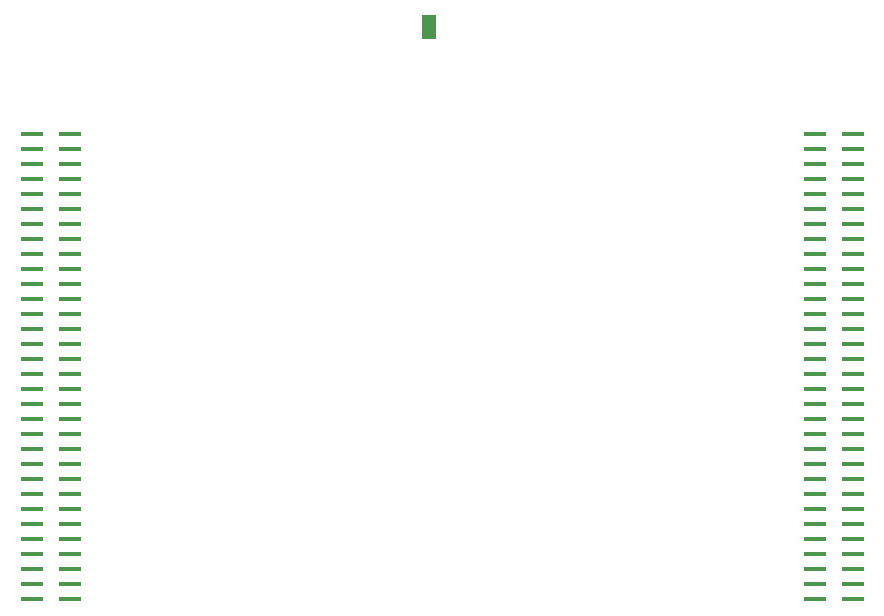
<source format=gbr>
G04 #@! TF.GenerationSoftware,KiCad,Pcbnew,5.1.9-73d0e3b20d~88~ubuntu20.04.1*
G04 #@! TF.CreationDate,2021-04-15T14:42:54-07:00*
G04 #@! TF.ProjectId,PD_ElectrodeBoard_v6,50445f45-6c65-4637-9472-6f6465426f61,6.1*
G04 #@! TF.SameCoordinates,Original*
G04 #@! TF.FileFunction,Paste,Bot*
G04 #@! TF.FilePolarity,Positive*
%FSLAX46Y46*%
G04 Gerber Fmt 4.6, Leading zero omitted, Abs format (unit mm)*
G04 Created by KiCad (PCBNEW 5.1.9-73d0e3b20d~88~ubuntu20.04.1) date 2021-04-15 14:42:54*
%MOMM*%
%LPD*%
G01*
G04 APERTURE LIST*
%ADD10R,1.200000X2.000000*%
%ADD11R,1.854200X0.457200*%
G04 APERTURE END LIST*
D10*
X199000000Y-58250000D03*
D11*
X234887500Y-67315000D03*
X231712500Y-67315000D03*
X234887500Y-68585000D03*
X231712500Y-68585000D03*
X234887500Y-69855000D03*
X231712500Y-69855000D03*
X234887500Y-71125000D03*
X231712500Y-71125000D03*
X234887500Y-72395000D03*
X231712500Y-72395000D03*
X234887500Y-73665000D03*
X231712500Y-73665000D03*
X234887500Y-74935000D03*
X231712500Y-74935000D03*
X234887500Y-76205000D03*
X231712500Y-76205000D03*
X234887500Y-77475000D03*
X231712500Y-77475000D03*
X234887500Y-78745000D03*
X231712500Y-78745000D03*
X234887500Y-80015000D03*
X231712500Y-80015000D03*
X234887500Y-81285000D03*
X231712500Y-81285000D03*
X234887500Y-82555000D03*
X231712500Y-82555000D03*
X234887500Y-83825000D03*
X231712500Y-83825000D03*
X234887500Y-85095000D03*
X231712500Y-85095000D03*
X234887500Y-86365000D03*
X231712500Y-86365000D03*
X234887500Y-87635000D03*
X231712500Y-87635000D03*
X234887500Y-88905000D03*
X231712500Y-88905000D03*
X234887500Y-90175000D03*
X231712500Y-90175000D03*
X234887500Y-91445000D03*
X231712500Y-91445000D03*
X234887500Y-92715000D03*
X231712500Y-92715000D03*
X234887500Y-93985000D03*
X231712500Y-93985000D03*
X234887500Y-95255000D03*
X231712500Y-95255000D03*
X234887500Y-96525000D03*
X231712500Y-96525000D03*
X234887500Y-97795000D03*
X231712500Y-97795000D03*
X234887500Y-99065000D03*
X231712500Y-99065000D03*
X234887500Y-100335000D03*
X231712500Y-100335000D03*
X234887500Y-101605000D03*
X231712500Y-101605000D03*
X234887500Y-102875000D03*
X231712500Y-102875000D03*
X234887500Y-104145000D03*
X231712500Y-104145000D03*
X234887500Y-105415000D03*
X231712500Y-105415000D03*
X234887500Y-106685000D03*
X231712500Y-106685000D03*
X168587500Y-67315000D03*
X165412500Y-67315000D03*
X168587500Y-68585000D03*
X165412500Y-68585000D03*
X168587500Y-69855000D03*
X165412500Y-69855000D03*
X168587500Y-71125000D03*
X165412500Y-71125000D03*
X168587500Y-72395000D03*
X165412500Y-72395000D03*
X168587500Y-73665000D03*
X165412500Y-73665000D03*
X168587500Y-74935000D03*
X165412500Y-74935000D03*
X168587500Y-76205000D03*
X165412500Y-76205000D03*
X168587500Y-77475000D03*
X165412500Y-77475000D03*
X168587500Y-78745000D03*
X165412500Y-78745000D03*
X168587500Y-80015000D03*
X165412500Y-80015000D03*
X168587500Y-81285000D03*
X165412500Y-81285000D03*
X168587500Y-82555000D03*
X165412500Y-82555000D03*
X168587500Y-83825000D03*
X165412500Y-83825000D03*
X168587500Y-85095000D03*
X165412500Y-85095000D03*
X168587500Y-86365000D03*
X165412500Y-86365000D03*
X168587500Y-87635000D03*
X165412500Y-87635000D03*
X168587500Y-88905000D03*
X165412500Y-88905000D03*
X168587500Y-90175000D03*
X165412500Y-90175000D03*
X168587500Y-91445000D03*
X165412500Y-91445000D03*
X168587500Y-92715000D03*
X165412500Y-92715000D03*
X168587500Y-93985000D03*
X165412500Y-93985000D03*
X168587500Y-95255000D03*
X165412500Y-95255000D03*
X168587500Y-96525000D03*
X165412500Y-96525000D03*
X168587500Y-97795000D03*
X165412500Y-97795000D03*
X168587500Y-99065000D03*
X165412500Y-99065000D03*
X168587500Y-100335000D03*
X165412500Y-100335000D03*
X168587500Y-101605000D03*
X165412500Y-101605000D03*
X168587500Y-102875000D03*
X165412500Y-102875000D03*
X168587500Y-104145000D03*
X165412500Y-104145000D03*
X168587500Y-105415000D03*
X165412500Y-105415000D03*
X168587500Y-106685000D03*
X165412500Y-106685000D03*
M02*

</source>
